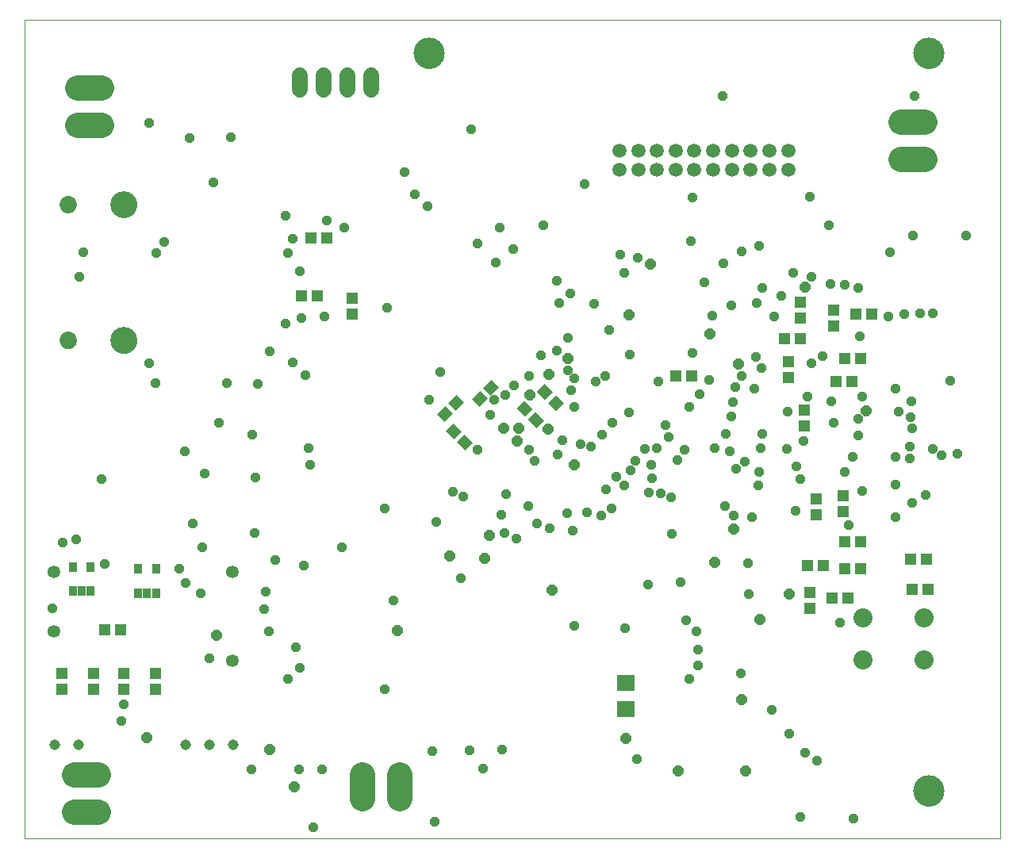
<source format=gbs>
G75*
%MOIN*%
%OFA0B0*%
%FSLAX25Y25*%
%IPPOS*%
%LPD*%
%AMOC8*
5,1,8,0,0,1.08239X$1,22.5*
%
%ADD10C,0.00000*%
%ADD11C,0.13100*%
%ADD12C,0.11230*%
%ADD13C,0.07293*%
%ADD14C,0.10639*%
%ADD15R,0.04931X0.04537*%
%ADD16R,0.04537X0.04931*%
%ADD17C,0.08000*%
%ADD18C,0.05915*%
%ADD19C,0.05324*%
%ADD20C,0.04500*%
%ADD21R,0.03317X0.04498*%
%ADD22R,0.07687X0.06899*%
%ADD23C,0.06506*%
%ADD24OC8,0.04000*%
%ADD25OC8,0.04362*%
D10*
X0001500Y0017369D02*
X0001500Y0361369D01*
X0411500Y0361369D01*
X0411500Y0017369D01*
X0001500Y0017369D01*
X0016422Y0226699D02*
X0016424Y0226814D01*
X0016430Y0226930D01*
X0016440Y0227045D01*
X0016454Y0227160D01*
X0016472Y0227274D01*
X0016494Y0227387D01*
X0016519Y0227500D01*
X0016549Y0227611D01*
X0016582Y0227722D01*
X0016619Y0227831D01*
X0016660Y0227939D01*
X0016705Y0228046D01*
X0016753Y0228151D01*
X0016805Y0228254D01*
X0016861Y0228355D01*
X0016920Y0228455D01*
X0016982Y0228552D01*
X0017048Y0228647D01*
X0017116Y0228740D01*
X0017188Y0228830D01*
X0017263Y0228918D01*
X0017342Y0229003D01*
X0017423Y0229085D01*
X0017506Y0229165D01*
X0017593Y0229241D01*
X0017682Y0229315D01*
X0017773Y0229385D01*
X0017867Y0229453D01*
X0017963Y0229517D01*
X0018062Y0229577D01*
X0018162Y0229634D01*
X0018264Y0229688D01*
X0018368Y0229738D01*
X0018474Y0229785D01*
X0018581Y0229828D01*
X0018690Y0229867D01*
X0018800Y0229902D01*
X0018911Y0229933D01*
X0019023Y0229961D01*
X0019136Y0229985D01*
X0019250Y0230005D01*
X0019365Y0230021D01*
X0019480Y0230033D01*
X0019595Y0230041D01*
X0019710Y0230045D01*
X0019826Y0230045D01*
X0019941Y0230041D01*
X0020056Y0230033D01*
X0020171Y0230021D01*
X0020286Y0230005D01*
X0020400Y0229985D01*
X0020513Y0229961D01*
X0020625Y0229933D01*
X0020736Y0229902D01*
X0020846Y0229867D01*
X0020955Y0229828D01*
X0021062Y0229785D01*
X0021168Y0229738D01*
X0021272Y0229688D01*
X0021374Y0229634D01*
X0021474Y0229577D01*
X0021573Y0229517D01*
X0021669Y0229453D01*
X0021763Y0229385D01*
X0021854Y0229315D01*
X0021943Y0229241D01*
X0022030Y0229165D01*
X0022113Y0229085D01*
X0022194Y0229003D01*
X0022273Y0228918D01*
X0022348Y0228830D01*
X0022420Y0228740D01*
X0022488Y0228647D01*
X0022554Y0228552D01*
X0022616Y0228455D01*
X0022675Y0228355D01*
X0022731Y0228254D01*
X0022783Y0228151D01*
X0022831Y0228046D01*
X0022876Y0227939D01*
X0022917Y0227831D01*
X0022954Y0227722D01*
X0022987Y0227611D01*
X0023017Y0227500D01*
X0023042Y0227387D01*
X0023064Y0227274D01*
X0023082Y0227160D01*
X0023096Y0227045D01*
X0023106Y0226930D01*
X0023112Y0226814D01*
X0023114Y0226699D01*
X0023112Y0226584D01*
X0023106Y0226468D01*
X0023096Y0226353D01*
X0023082Y0226238D01*
X0023064Y0226124D01*
X0023042Y0226011D01*
X0023017Y0225898D01*
X0022987Y0225787D01*
X0022954Y0225676D01*
X0022917Y0225567D01*
X0022876Y0225459D01*
X0022831Y0225352D01*
X0022783Y0225247D01*
X0022731Y0225144D01*
X0022675Y0225043D01*
X0022616Y0224943D01*
X0022554Y0224846D01*
X0022488Y0224751D01*
X0022420Y0224658D01*
X0022348Y0224568D01*
X0022273Y0224480D01*
X0022194Y0224395D01*
X0022113Y0224313D01*
X0022030Y0224233D01*
X0021943Y0224157D01*
X0021854Y0224083D01*
X0021763Y0224013D01*
X0021669Y0223945D01*
X0021573Y0223881D01*
X0021474Y0223821D01*
X0021374Y0223764D01*
X0021272Y0223710D01*
X0021168Y0223660D01*
X0021062Y0223613D01*
X0020955Y0223570D01*
X0020846Y0223531D01*
X0020736Y0223496D01*
X0020625Y0223465D01*
X0020513Y0223437D01*
X0020400Y0223413D01*
X0020286Y0223393D01*
X0020171Y0223377D01*
X0020056Y0223365D01*
X0019941Y0223357D01*
X0019826Y0223353D01*
X0019710Y0223353D01*
X0019595Y0223357D01*
X0019480Y0223365D01*
X0019365Y0223377D01*
X0019250Y0223393D01*
X0019136Y0223413D01*
X0019023Y0223437D01*
X0018911Y0223465D01*
X0018800Y0223496D01*
X0018690Y0223531D01*
X0018581Y0223570D01*
X0018474Y0223613D01*
X0018368Y0223660D01*
X0018264Y0223710D01*
X0018162Y0223764D01*
X0018062Y0223821D01*
X0017963Y0223881D01*
X0017867Y0223945D01*
X0017773Y0224013D01*
X0017682Y0224083D01*
X0017593Y0224157D01*
X0017506Y0224233D01*
X0017423Y0224313D01*
X0017342Y0224395D01*
X0017263Y0224480D01*
X0017188Y0224568D01*
X0017116Y0224658D01*
X0017048Y0224751D01*
X0016982Y0224846D01*
X0016920Y0224943D01*
X0016861Y0225043D01*
X0016805Y0225144D01*
X0016753Y0225247D01*
X0016705Y0225352D01*
X0016660Y0225459D01*
X0016619Y0225567D01*
X0016582Y0225676D01*
X0016549Y0225787D01*
X0016519Y0225898D01*
X0016494Y0226011D01*
X0016472Y0226124D01*
X0016454Y0226238D01*
X0016440Y0226353D01*
X0016430Y0226468D01*
X0016424Y0226584D01*
X0016422Y0226699D01*
X0037917Y0226699D02*
X0037919Y0226844D01*
X0037925Y0226989D01*
X0037935Y0227134D01*
X0037949Y0227279D01*
X0037967Y0227423D01*
X0037988Y0227566D01*
X0038014Y0227709D01*
X0038043Y0227851D01*
X0038077Y0227993D01*
X0038114Y0228133D01*
X0038155Y0228272D01*
X0038200Y0228410D01*
X0038249Y0228547D01*
X0038301Y0228683D01*
X0038357Y0228817D01*
X0038417Y0228949D01*
X0038480Y0229080D01*
X0038547Y0229208D01*
X0038617Y0229336D01*
X0038691Y0229461D01*
X0038768Y0229584D01*
X0038848Y0229704D01*
X0038932Y0229823D01*
X0039019Y0229939D01*
X0039109Y0230053D01*
X0039202Y0230165D01*
X0039298Y0230273D01*
X0039398Y0230379D01*
X0039499Y0230483D01*
X0039604Y0230583D01*
X0039712Y0230681D01*
X0039822Y0230776D01*
X0039934Y0230867D01*
X0040049Y0230956D01*
X0040167Y0231041D01*
X0040287Y0231123D01*
X0040409Y0231202D01*
X0040533Y0231278D01*
X0040659Y0231350D01*
X0040787Y0231418D01*
X0040917Y0231483D01*
X0041048Y0231545D01*
X0041181Y0231602D01*
X0041316Y0231657D01*
X0041452Y0231707D01*
X0041590Y0231754D01*
X0041728Y0231797D01*
X0041868Y0231836D01*
X0042009Y0231871D01*
X0042151Y0231903D01*
X0042293Y0231930D01*
X0042436Y0231954D01*
X0042580Y0231974D01*
X0042725Y0231990D01*
X0042869Y0232002D01*
X0043014Y0232010D01*
X0043159Y0232014D01*
X0043305Y0232014D01*
X0043450Y0232010D01*
X0043595Y0232002D01*
X0043739Y0231990D01*
X0043884Y0231974D01*
X0044028Y0231954D01*
X0044171Y0231930D01*
X0044313Y0231903D01*
X0044455Y0231871D01*
X0044596Y0231836D01*
X0044736Y0231797D01*
X0044874Y0231754D01*
X0045012Y0231707D01*
X0045148Y0231657D01*
X0045283Y0231602D01*
X0045416Y0231545D01*
X0045547Y0231483D01*
X0045677Y0231418D01*
X0045805Y0231350D01*
X0045931Y0231278D01*
X0046055Y0231202D01*
X0046177Y0231123D01*
X0046297Y0231041D01*
X0046415Y0230956D01*
X0046530Y0230867D01*
X0046642Y0230776D01*
X0046752Y0230681D01*
X0046860Y0230583D01*
X0046965Y0230483D01*
X0047066Y0230379D01*
X0047166Y0230273D01*
X0047262Y0230165D01*
X0047355Y0230053D01*
X0047445Y0229939D01*
X0047532Y0229823D01*
X0047616Y0229704D01*
X0047696Y0229584D01*
X0047773Y0229461D01*
X0047847Y0229336D01*
X0047917Y0229208D01*
X0047984Y0229080D01*
X0048047Y0228949D01*
X0048107Y0228817D01*
X0048163Y0228683D01*
X0048215Y0228547D01*
X0048264Y0228410D01*
X0048309Y0228272D01*
X0048350Y0228133D01*
X0048387Y0227993D01*
X0048421Y0227851D01*
X0048450Y0227709D01*
X0048476Y0227566D01*
X0048497Y0227423D01*
X0048515Y0227279D01*
X0048529Y0227134D01*
X0048539Y0226989D01*
X0048545Y0226844D01*
X0048547Y0226699D01*
X0048545Y0226554D01*
X0048539Y0226409D01*
X0048529Y0226264D01*
X0048515Y0226119D01*
X0048497Y0225975D01*
X0048476Y0225832D01*
X0048450Y0225689D01*
X0048421Y0225547D01*
X0048387Y0225405D01*
X0048350Y0225265D01*
X0048309Y0225126D01*
X0048264Y0224988D01*
X0048215Y0224851D01*
X0048163Y0224715D01*
X0048107Y0224581D01*
X0048047Y0224449D01*
X0047984Y0224318D01*
X0047917Y0224190D01*
X0047847Y0224062D01*
X0047773Y0223937D01*
X0047696Y0223814D01*
X0047616Y0223694D01*
X0047532Y0223575D01*
X0047445Y0223459D01*
X0047355Y0223345D01*
X0047262Y0223233D01*
X0047166Y0223125D01*
X0047066Y0223019D01*
X0046965Y0222915D01*
X0046860Y0222815D01*
X0046752Y0222717D01*
X0046642Y0222622D01*
X0046530Y0222531D01*
X0046415Y0222442D01*
X0046297Y0222357D01*
X0046177Y0222275D01*
X0046055Y0222196D01*
X0045931Y0222120D01*
X0045805Y0222048D01*
X0045677Y0221980D01*
X0045547Y0221915D01*
X0045416Y0221853D01*
X0045283Y0221796D01*
X0045148Y0221741D01*
X0045012Y0221691D01*
X0044874Y0221644D01*
X0044736Y0221601D01*
X0044596Y0221562D01*
X0044455Y0221527D01*
X0044313Y0221495D01*
X0044171Y0221468D01*
X0044028Y0221444D01*
X0043884Y0221424D01*
X0043739Y0221408D01*
X0043595Y0221396D01*
X0043450Y0221388D01*
X0043305Y0221384D01*
X0043159Y0221384D01*
X0043014Y0221388D01*
X0042869Y0221396D01*
X0042725Y0221408D01*
X0042580Y0221424D01*
X0042436Y0221444D01*
X0042293Y0221468D01*
X0042151Y0221495D01*
X0042009Y0221527D01*
X0041868Y0221562D01*
X0041728Y0221601D01*
X0041590Y0221644D01*
X0041452Y0221691D01*
X0041316Y0221741D01*
X0041181Y0221796D01*
X0041048Y0221853D01*
X0040917Y0221915D01*
X0040787Y0221980D01*
X0040659Y0222048D01*
X0040533Y0222120D01*
X0040409Y0222196D01*
X0040287Y0222275D01*
X0040167Y0222357D01*
X0040049Y0222442D01*
X0039934Y0222531D01*
X0039822Y0222622D01*
X0039712Y0222717D01*
X0039604Y0222815D01*
X0039499Y0222915D01*
X0039398Y0223019D01*
X0039298Y0223125D01*
X0039202Y0223233D01*
X0039109Y0223345D01*
X0039019Y0223459D01*
X0038932Y0223575D01*
X0038848Y0223694D01*
X0038768Y0223814D01*
X0038691Y0223937D01*
X0038617Y0224062D01*
X0038547Y0224190D01*
X0038480Y0224318D01*
X0038417Y0224449D01*
X0038357Y0224581D01*
X0038301Y0224715D01*
X0038249Y0224851D01*
X0038200Y0224988D01*
X0038155Y0225126D01*
X0038114Y0225265D01*
X0038077Y0225405D01*
X0038043Y0225547D01*
X0038014Y0225689D01*
X0037988Y0225832D01*
X0037967Y0225975D01*
X0037949Y0226119D01*
X0037935Y0226264D01*
X0037925Y0226409D01*
X0037919Y0226554D01*
X0037917Y0226699D01*
X0037917Y0283786D02*
X0037919Y0283931D01*
X0037925Y0284076D01*
X0037935Y0284221D01*
X0037949Y0284366D01*
X0037967Y0284510D01*
X0037988Y0284653D01*
X0038014Y0284796D01*
X0038043Y0284938D01*
X0038077Y0285080D01*
X0038114Y0285220D01*
X0038155Y0285359D01*
X0038200Y0285497D01*
X0038249Y0285634D01*
X0038301Y0285770D01*
X0038357Y0285904D01*
X0038417Y0286036D01*
X0038480Y0286167D01*
X0038547Y0286295D01*
X0038617Y0286423D01*
X0038691Y0286548D01*
X0038768Y0286671D01*
X0038848Y0286791D01*
X0038932Y0286910D01*
X0039019Y0287026D01*
X0039109Y0287140D01*
X0039202Y0287252D01*
X0039298Y0287360D01*
X0039398Y0287466D01*
X0039499Y0287570D01*
X0039604Y0287670D01*
X0039712Y0287768D01*
X0039822Y0287863D01*
X0039934Y0287954D01*
X0040049Y0288043D01*
X0040167Y0288128D01*
X0040287Y0288210D01*
X0040409Y0288289D01*
X0040533Y0288365D01*
X0040659Y0288437D01*
X0040787Y0288505D01*
X0040917Y0288570D01*
X0041048Y0288632D01*
X0041181Y0288689D01*
X0041316Y0288744D01*
X0041452Y0288794D01*
X0041590Y0288841D01*
X0041728Y0288884D01*
X0041868Y0288923D01*
X0042009Y0288958D01*
X0042151Y0288990D01*
X0042293Y0289017D01*
X0042436Y0289041D01*
X0042580Y0289061D01*
X0042725Y0289077D01*
X0042869Y0289089D01*
X0043014Y0289097D01*
X0043159Y0289101D01*
X0043305Y0289101D01*
X0043450Y0289097D01*
X0043595Y0289089D01*
X0043739Y0289077D01*
X0043884Y0289061D01*
X0044028Y0289041D01*
X0044171Y0289017D01*
X0044313Y0288990D01*
X0044455Y0288958D01*
X0044596Y0288923D01*
X0044736Y0288884D01*
X0044874Y0288841D01*
X0045012Y0288794D01*
X0045148Y0288744D01*
X0045283Y0288689D01*
X0045416Y0288632D01*
X0045547Y0288570D01*
X0045677Y0288505D01*
X0045805Y0288437D01*
X0045931Y0288365D01*
X0046055Y0288289D01*
X0046177Y0288210D01*
X0046297Y0288128D01*
X0046415Y0288043D01*
X0046530Y0287954D01*
X0046642Y0287863D01*
X0046752Y0287768D01*
X0046860Y0287670D01*
X0046965Y0287570D01*
X0047066Y0287466D01*
X0047166Y0287360D01*
X0047262Y0287252D01*
X0047355Y0287140D01*
X0047445Y0287026D01*
X0047532Y0286910D01*
X0047616Y0286791D01*
X0047696Y0286671D01*
X0047773Y0286548D01*
X0047847Y0286423D01*
X0047917Y0286295D01*
X0047984Y0286167D01*
X0048047Y0286036D01*
X0048107Y0285904D01*
X0048163Y0285770D01*
X0048215Y0285634D01*
X0048264Y0285497D01*
X0048309Y0285359D01*
X0048350Y0285220D01*
X0048387Y0285080D01*
X0048421Y0284938D01*
X0048450Y0284796D01*
X0048476Y0284653D01*
X0048497Y0284510D01*
X0048515Y0284366D01*
X0048529Y0284221D01*
X0048539Y0284076D01*
X0048545Y0283931D01*
X0048547Y0283786D01*
X0048545Y0283641D01*
X0048539Y0283496D01*
X0048529Y0283351D01*
X0048515Y0283206D01*
X0048497Y0283062D01*
X0048476Y0282919D01*
X0048450Y0282776D01*
X0048421Y0282634D01*
X0048387Y0282492D01*
X0048350Y0282352D01*
X0048309Y0282213D01*
X0048264Y0282075D01*
X0048215Y0281938D01*
X0048163Y0281802D01*
X0048107Y0281668D01*
X0048047Y0281536D01*
X0047984Y0281405D01*
X0047917Y0281277D01*
X0047847Y0281149D01*
X0047773Y0281024D01*
X0047696Y0280901D01*
X0047616Y0280781D01*
X0047532Y0280662D01*
X0047445Y0280546D01*
X0047355Y0280432D01*
X0047262Y0280320D01*
X0047166Y0280212D01*
X0047066Y0280106D01*
X0046965Y0280002D01*
X0046860Y0279902D01*
X0046752Y0279804D01*
X0046642Y0279709D01*
X0046530Y0279618D01*
X0046415Y0279529D01*
X0046297Y0279444D01*
X0046177Y0279362D01*
X0046055Y0279283D01*
X0045931Y0279207D01*
X0045805Y0279135D01*
X0045677Y0279067D01*
X0045547Y0279002D01*
X0045416Y0278940D01*
X0045283Y0278883D01*
X0045148Y0278828D01*
X0045012Y0278778D01*
X0044874Y0278731D01*
X0044736Y0278688D01*
X0044596Y0278649D01*
X0044455Y0278614D01*
X0044313Y0278582D01*
X0044171Y0278555D01*
X0044028Y0278531D01*
X0043884Y0278511D01*
X0043739Y0278495D01*
X0043595Y0278483D01*
X0043450Y0278475D01*
X0043305Y0278471D01*
X0043159Y0278471D01*
X0043014Y0278475D01*
X0042869Y0278483D01*
X0042725Y0278495D01*
X0042580Y0278511D01*
X0042436Y0278531D01*
X0042293Y0278555D01*
X0042151Y0278582D01*
X0042009Y0278614D01*
X0041868Y0278649D01*
X0041728Y0278688D01*
X0041590Y0278731D01*
X0041452Y0278778D01*
X0041316Y0278828D01*
X0041181Y0278883D01*
X0041048Y0278940D01*
X0040917Y0279002D01*
X0040787Y0279067D01*
X0040659Y0279135D01*
X0040533Y0279207D01*
X0040409Y0279283D01*
X0040287Y0279362D01*
X0040167Y0279444D01*
X0040049Y0279529D01*
X0039934Y0279618D01*
X0039822Y0279709D01*
X0039712Y0279804D01*
X0039604Y0279902D01*
X0039499Y0280002D01*
X0039398Y0280106D01*
X0039298Y0280212D01*
X0039202Y0280320D01*
X0039109Y0280432D01*
X0039019Y0280546D01*
X0038932Y0280662D01*
X0038848Y0280781D01*
X0038768Y0280901D01*
X0038691Y0281024D01*
X0038617Y0281149D01*
X0038547Y0281277D01*
X0038480Y0281405D01*
X0038417Y0281536D01*
X0038357Y0281668D01*
X0038301Y0281802D01*
X0038249Y0281938D01*
X0038200Y0282075D01*
X0038155Y0282213D01*
X0038114Y0282352D01*
X0038077Y0282492D01*
X0038043Y0282634D01*
X0038014Y0282776D01*
X0037988Y0282919D01*
X0037967Y0283062D01*
X0037949Y0283206D01*
X0037935Y0283351D01*
X0037925Y0283496D01*
X0037919Y0283641D01*
X0037917Y0283786D01*
X0016422Y0283786D02*
X0016424Y0283901D01*
X0016430Y0284017D01*
X0016440Y0284132D01*
X0016454Y0284247D01*
X0016472Y0284361D01*
X0016494Y0284474D01*
X0016519Y0284587D01*
X0016549Y0284698D01*
X0016582Y0284809D01*
X0016619Y0284918D01*
X0016660Y0285026D01*
X0016705Y0285133D01*
X0016753Y0285238D01*
X0016805Y0285341D01*
X0016861Y0285442D01*
X0016920Y0285542D01*
X0016982Y0285639D01*
X0017048Y0285734D01*
X0017116Y0285827D01*
X0017188Y0285917D01*
X0017263Y0286005D01*
X0017342Y0286090D01*
X0017423Y0286172D01*
X0017506Y0286252D01*
X0017593Y0286328D01*
X0017682Y0286402D01*
X0017773Y0286472D01*
X0017867Y0286540D01*
X0017963Y0286604D01*
X0018062Y0286664D01*
X0018162Y0286721D01*
X0018264Y0286775D01*
X0018368Y0286825D01*
X0018474Y0286872D01*
X0018581Y0286915D01*
X0018690Y0286954D01*
X0018800Y0286989D01*
X0018911Y0287020D01*
X0019023Y0287048D01*
X0019136Y0287072D01*
X0019250Y0287092D01*
X0019365Y0287108D01*
X0019480Y0287120D01*
X0019595Y0287128D01*
X0019710Y0287132D01*
X0019826Y0287132D01*
X0019941Y0287128D01*
X0020056Y0287120D01*
X0020171Y0287108D01*
X0020286Y0287092D01*
X0020400Y0287072D01*
X0020513Y0287048D01*
X0020625Y0287020D01*
X0020736Y0286989D01*
X0020846Y0286954D01*
X0020955Y0286915D01*
X0021062Y0286872D01*
X0021168Y0286825D01*
X0021272Y0286775D01*
X0021374Y0286721D01*
X0021474Y0286664D01*
X0021573Y0286604D01*
X0021669Y0286540D01*
X0021763Y0286472D01*
X0021854Y0286402D01*
X0021943Y0286328D01*
X0022030Y0286252D01*
X0022113Y0286172D01*
X0022194Y0286090D01*
X0022273Y0286005D01*
X0022348Y0285917D01*
X0022420Y0285827D01*
X0022488Y0285734D01*
X0022554Y0285639D01*
X0022616Y0285542D01*
X0022675Y0285442D01*
X0022731Y0285341D01*
X0022783Y0285238D01*
X0022831Y0285133D01*
X0022876Y0285026D01*
X0022917Y0284918D01*
X0022954Y0284809D01*
X0022987Y0284698D01*
X0023017Y0284587D01*
X0023042Y0284474D01*
X0023064Y0284361D01*
X0023082Y0284247D01*
X0023096Y0284132D01*
X0023106Y0284017D01*
X0023112Y0283901D01*
X0023114Y0283786D01*
X0023112Y0283671D01*
X0023106Y0283555D01*
X0023096Y0283440D01*
X0023082Y0283325D01*
X0023064Y0283211D01*
X0023042Y0283098D01*
X0023017Y0282985D01*
X0022987Y0282874D01*
X0022954Y0282763D01*
X0022917Y0282654D01*
X0022876Y0282546D01*
X0022831Y0282439D01*
X0022783Y0282334D01*
X0022731Y0282231D01*
X0022675Y0282130D01*
X0022616Y0282030D01*
X0022554Y0281933D01*
X0022488Y0281838D01*
X0022420Y0281745D01*
X0022348Y0281655D01*
X0022273Y0281567D01*
X0022194Y0281482D01*
X0022113Y0281400D01*
X0022030Y0281320D01*
X0021943Y0281244D01*
X0021854Y0281170D01*
X0021763Y0281100D01*
X0021669Y0281032D01*
X0021573Y0280968D01*
X0021474Y0280908D01*
X0021374Y0280851D01*
X0021272Y0280797D01*
X0021168Y0280747D01*
X0021062Y0280700D01*
X0020955Y0280657D01*
X0020846Y0280618D01*
X0020736Y0280583D01*
X0020625Y0280552D01*
X0020513Y0280524D01*
X0020400Y0280500D01*
X0020286Y0280480D01*
X0020171Y0280464D01*
X0020056Y0280452D01*
X0019941Y0280444D01*
X0019826Y0280440D01*
X0019710Y0280440D01*
X0019595Y0280444D01*
X0019480Y0280452D01*
X0019365Y0280464D01*
X0019250Y0280480D01*
X0019136Y0280500D01*
X0019023Y0280524D01*
X0018911Y0280552D01*
X0018800Y0280583D01*
X0018690Y0280618D01*
X0018581Y0280657D01*
X0018474Y0280700D01*
X0018368Y0280747D01*
X0018264Y0280797D01*
X0018162Y0280851D01*
X0018062Y0280908D01*
X0017963Y0280968D01*
X0017867Y0281032D01*
X0017773Y0281100D01*
X0017682Y0281170D01*
X0017593Y0281244D01*
X0017506Y0281320D01*
X0017423Y0281400D01*
X0017342Y0281482D01*
X0017263Y0281567D01*
X0017188Y0281655D01*
X0017116Y0281745D01*
X0017048Y0281838D01*
X0016982Y0281933D01*
X0016920Y0282030D01*
X0016861Y0282130D01*
X0016805Y0282231D01*
X0016753Y0282334D01*
X0016705Y0282439D01*
X0016660Y0282546D01*
X0016619Y0282654D01*
X0016582Y0282763D01*
X0016549Y0282874D01*
X0016519Y0282985D01*
X0016494Y0283098D01*
X0016472Y0283211D01*
X0016454Y0283325D01*
X0016440Y0283440D01*
X0016430Y0283555D01*
X0016424Y0283671D01*
X0016422Y0283786D01*
X0165250Y0347369D02*
X0165252Y0347527D01*
X0165258Y0347684D01*
X0165268Y0347842D01*
X0165282Y0347999D01*
X0165300Y0348155D01*
X0165321Y0348312D01*
X0165347Y0348467D01*
X0165377Y0348622D01*
X0165410Y0348776D01*
X0165448Y0348929D01*
X0165489Y0349082D01*
X0165534Y0349233D01*
X0165583Y0349383D01*
X0165636Y0349531D01*
X0165692Y0349679D01*
X0165753Y0349824D01*
X0165816Y0349969D01*
X0165884Y0350111D01*
X0165955Y0350252D01*
X0166029Y0350391D01*
X0166107Y0350528D01*
X0166189Y0350663D01*
X0166273Y0350796D01*
X0166362Y0350927D01*
X0166453Y0351055D01*
X0166548Y0351182D01*
X0166645Y0351305D01*
X0166746Y0351427D01*
X0166850Y0351545D01*
X0166957Y0351661D01*
X0167067Y0351774D01*
X0167179Y0351885D01*
X0167295Y0351992D01*
X0167413Y0352097D01*
X0167533Y0352199D01*
X0167656Y0352297D01*
X0167782Y0352393D01*
X0167910Y0352485D01*
X0168040Y0352574D01*
X0168172Y0352660D01*
X0168307Y0352742D01*
X0168444Y0352821D01*
X0168582Y0352896D01*
X0168722Y0352968D01*
X0168865Y0353036D01*
X0169008Y0353101D01*
X0169154Y0353162D01*
X0169301Y0353219D01*
X0169449Y0353273D01*
X0169599Y0353323D01*
X0169749Y0353369D01*
X0169901Y0353411D01*
X0170054Y0353450D01*
X0170208Y0353484D01*
X0170363Y0353515D01*
X0170518Y0353541D01*
X0170674Y0353564D01*
X0170831Y0353583D01*
X0170988Y0353598D01*
X0171145Y0353609D01*
X0171303Y0353616D01*
X0171461Y0353619D01*
X0171618Y0353618D01*
X0171776Y0353613D01*
X0171933Y0353604D01*
X0172091Y0353591D01*
X0172247Y0353574D01*
X0172404Y0353553D01*
X0172559Y0353529D01*
X0172714Y0353500D01*
X0172869Y0353467D01*
X0173022Y0353431D01*
X0173175Y0353390D01*
X0173326Y0353346D01*
X0173476Y0353298D01*
X0173625Y0353247D01*
X0173773Y0353191D01*
X0173919Y0353132D01*
X0174064Y0353069D01*
X0174207Y0353002D01*
X0174348Y0352932D01*
X0174487Y0352859D01*
X0174625Y0352782D01*
X0174761Y0352701D01*
X0174894Y0352617D01*
X0175025Y0352530D01*
X0175154Y0352439D01*
X0175281Y0352345D01*
X0175406Y0352248D01*
X0175527Y0352148D01*
X0175647Y0352045D01*
X0175763Y0351939D01*
X0175877Y0351830D01*
X0175989Y0351718D01*
X0176097Y0351604D01*
X0176202Y0351486D01*
X0176305Y0351366D01*
X0176404Y0351244D01*
X0176500Y0351119D01*
X0176593Y0350991D01*
X0176683Y0350862D01*
X0176769Y0350730D01*
X0176853Y0350596D01*
X0176932Y0350460D01*
X0177009Y0350322D01*
X0177081Y0350182D01*
X0177150Y0350040D01*
X0177216Y0349897D01*
X0177278Y0349752D01*
X0177336Y0349605D01*
X0177391Y0349457D01*
X0177442Y0349308D01*
X0177489Y0349157D01*
X0177532Y0349006D01*
X0177571Y0348853D01*
X0177607Y0348699D01*
X0177638Y0348545D01*
X0177666Y0348390D01*
X0177690Y0348234D01*
X0177710Y0348077D01*
X0177726Y0347920D01*
X0177738Y0347763D01*
X0177746Y0347606D01*
X0177750Y0347448D01*
X0177750Y0347290D01*
X0177746Y0347132D01*
X0177738Y0346975D01*
X0177726Y0346818D01*
X0177710Y0346661D01*
X0177690Y0346504D01*
X0177666Y0346348D01*
X0177638Y0346193D01*
X0177607Y0346039D01*
X0177571Y0345885D01*
X0177532Y0345732D01*
X0177489Y0345581D01*
X0177442Y0345430D01*
X0177391Y0345281D01*
X0177336Y0345133D01*
X0177278Y0344986D01*
X0177216Y0344841D01*
X0177150Y0344698D01*
X0177081Y0344556D01*
X0177009Y0344416D01*
X0176932Y0344278D01*
X0176853Y0344142D01*
X0176769Y0344008D01*
X0176683Y0343876D01*
X0176593Y0343747D01*
X0176500Y0343619D01*
X0176404Y0343494D01*
X0176305Y0343372D01*
X0176202Y0343252D01*
X0176097Y0343134D01*
X0175989Y0343020D01*
X0175877Y0342908D01*
X0175763Y0342799D01*
X0175647Y0342693D01*
X0175527Y0342590D01*
X0175406Y0342490D01*
X0175281Y0342393D01*
X0175154Y0342299D01*
X0175025Y0342208D01*
X0174894Y0342121D01*
X0174761Y0342037D01*
X0174625Y0341956D01*
X0174487Y0341879D01*
X0174348Y0341806D01*
X0174207Y0341736D01*
X0174064Y0341669D01*
X0173919Y0341606D01*
X0173773Y0341547D01*
X0173625Y0341491D01*
X0173476Y0341440D01*
X0173326Y0341392D01*
X0173175Y0341348D01*
X0173022Y0341307D01*
X0172869Y0341271D01*
X0172714Y0341238D01*
X0172559Y0341209D01*
X0172404Y0341185D01*
X0172247Y0341164D01*
X0172091Y0341147D01*
X0171933Y0341134D01*
X0171776Y0341125D01*
X0171618Y0341120D01*
X0171461Y0341119D01*
X0171303Y0341122D01*
X0171145Y0341129D01*
X0170988Y0341140D01*
X0170831Y0341155D01*
X0170674Y0341174D01*
X0170518Y0341197D01*
X0170363Y0341223D01*
X0170208Y0341254D01*
X0170054Y0341288D01*
X0169901Y0341327D01*
X0169749Y0341369D01*
X0169599Y0341415D01*
X0169449Y0341465D01*
X0169301Y0341519D01*
X0169154Y0341576D01*
X0169008Y0341637D01*
X0168865Y0341702D01*
X0168722Y0341770D01*
X0168582Y0341842D01*
X0168444Y0341917D01*
X0168307Y0341996D01*
X0168172Y0342078D01*
X0168040Y0342164D01*
X0167910Y0342253D01*
X0167782Y0342345D01*
X0167656Y0342441D01*
X0167533Y0342539D01*
X0167413Y0342641D01*
X0167295Y0342746D01*
X0167179Y0342853D01*
X0167067Y0342964D01*
X0166957Y0343077D01*
X0166850Y0343193D01*
X0166746Y0343311D01*
X0166645Y0343433D01*
X0166548Y0343556D01*
X0166453Y0343683D01*
X0166362Y0343811D01*
X0166273Y0343942D01*
X0166189Y0344075D01*
X0166107Y0344210D01*
X0166029Y0344347D01*
X0165955Y0344486D01*
X0165884Y0344627D01*
X0165816Y0344769D01*
X0165753Y0344914D01*
X0165692Y0345059D01*
X0165636Y0345207D01*
X0165583Y0345355D01*
X0165534Y0345505D01*
X0165489Y0345656D01*
X0165448Y0345809D01*
X0165410Y0345962D01*
X0165377Y0346116D01*
X0165347Y0346271D01*
X0165321Y0346426D01*
X0165300Y0346583D01*
X0165282Y0346739D01*
X0165268Y0346896D01*
X0165258Y0347054D01*
X0165252Y0347211D01*
X0165250Y0347369D01*
X0375250Y0347369D02*
X0375252Y0347527D01*
X0375258Y0347684D01*
X0375268Y0347842D01*
X0375282Y0347999D01*
X0375300Y0348155D01*
X0375321Y0348312D01*
X0375347Y0348467D01*
X0375377Y0348622D01*
X0375410Y0348776D01*
X0375448Y0348929D01*
X0375489Y0349082D01*
X0375534Y0349233D01*
X0375583Y0349383D01*
X0375636Y0349531D01*
X0375692Y0349679D01*
X0375753Y0349824D01*
X0375816Y0349969D01*
X0375884Y0350111D01*
X0375955Y0350252D01*
X0376029Y0350391D01*
X0376107Y0350528D01*
X0376189Y0350663D01*
X0376273Y0350796D01*
X0376362Y0350927D01*
X0376453Y0351055D01*
X0376548Y0351182D01*
X0376645Y0351305D01*
X0376746Y0351427D01*
X0376850Y0351545D01*
X0376957Y0351661D01*
X0377067Y0351774D01*
X0377179Y0351885D01*
X0377295Y0351992D01*
X0377413Y0352097D01*
X0377533Y0352199D01*
X0377656Y0352297D01*
X0377782Y0352393D01*
X0377910Y0352485D01*
X0378040Y0352574D01*
X0378172Y0352660D01*
X0378307Y0352742D01*
X0378444Y0352821D01*
X0378582Y0352896D01*
X0378722Y0352968D01*
X0378865Y0353036D01*
X0379008Y0353101D01*
X0379154Y0353162D01*
X0379301Y0353219D01*
X0379449Y0353273D01*
X0379599Y0353323D01*
X0379749Y0353369D01*
X0379901Y0353411D01*
X0380054Y0353450D01*
X0380208Y0353484D01*
X0380363Y0353515D01*
X0380518Y0353541D01*
X0380674Y0353564D01*
X0380831Y0353583D01*
X0380988Y0353598D01*
X0381145Y0353609D01*
X0381303Y0353616D01*
X0381461Y0353619D01*
X0381618Y0353618D01*
X0381776Y0353613D01*
X0381933Y0353604D01*
X0382091Y0353591D01*
X0382247Y0353574D01*
X0382404Y0353553D01*
X0382559Y0353529D01*
X0382714Y0353500D01*
X0382869Y0353467D01*
X0383022Y0353431D01*
X0383175Y0353390D01*
X0383326Y0353346D01*
X0383476Y0353298D01*
X0383625Y0353247D01*
X0383773Y0353191D01*
X0383919Y0353132D01*
X0384064Y0353069D01*
X0384207Y0353002D01*
X0384348Y0352932D01*
X0384487Y0352859D01*
X0384625Y0352782D01*
X0384761Y0352701D01*
X0384894Y0352617D01*
X0385025Y0352530D01*
X0385154Y0352439D01*
X0385281Y0352345D01*
X0385406Y0352248D01*
X0385527Y0352148D01*
X0385647Y0352045D01*
X0385763Y0351939D01*
X0385877Y0351830D01*
X0385989Y0351718D01*
X0386097Y0351604D01*
X0386202Y0351486D01*
X0386305Y0351366D01*
X0386404Y0351244D01*
X0386500Y0351119D01*
X0386593Y0350991D01*
X0386683Y0350862D01*
X0386769Y0350730D01*
X0386853Y0350596D01*
X0386932Y0350460D01*
X0387009Y0350322D01*
X0387081Y0350182D01*
X0387150Y0350040D01*
X0387216Y0349897D01*
X0387278Y0349752D01*
X0387336Y0349605D01*
X0387391Y0349457D01*
X0387442Y0349308D01*
X0387489Y0349157D01*
X0387532Y0349006D01*
X0387571Y0348853D01*
X0387607Y0348699D01*
X0387638Y0348545D01*
X0387666Y0348390D01*
X0387690Y0348234D01*
X0387710Y0348077D01*
X0387726Y0347920D01*
X0387738Y0347763D01*
X0387746Y0347606D01*
X0387750Y0347448D01*
X0387750Y0347290D01*
X0387746Y0347132D01*
X0387738Y0346975D01*
X0387726Y0346818D01*
X0387710Y0346661D01*
X0387690Y0346504D01*
X0387666Y0346348D01*
X0387638Y0346193D01*
X0387607Y0346039D01*
X0387571Y0345885D01*
X0387532Y0345732D01*
X0387489Y0345581D01*
X0387442Y0345430D01*
X0387391Y0345281D01*
X0387336Y0345133D01*
X0387278Y0344986D01*
X0387216Y0344841D01*
X0387150Y0344698D01*
X0387081Y0344556D01*
X0387009Y0344416D01*
X0386932Y0344278D01*
X0386853Y0344142D01*
X0386769Y0344008D01*
X0386683Y0343876D01*
X0386593Y0343747D01*
X0386500Y0343619D01*
X0386404Y0343494D01*
X0386305Y0343372D01*
X0386202Y0343252D01*
X0386097Y0343134D01*
X0385989Y0343020D01*
X0385877Y0342908D01*
X0385763Y0342799D01*
X0385647Y0342693D01*
X0385527Y0342590D01*
X0385406Y0342490D01*
X0385281Y0342393D01*
X0385154Y0342299D01*
X0385025Y0342208D01*
X0384894Y0342121D01*
X0384761Y0342037D01*
X0384625Y0341956D01*
X0384487Y0341879D01*
X0384348Y0341806D01*
X0384207Y0341736D01*
X0384064Y0341669D01*
X0383919Y0341606D01*
X0383773Y0341547D01*
X0383625Y0341491D01*
X0383476Y0341440D01*
X0383326Y0341392D01*
X0383175Y0341348D01*
X0383022Y0341307D01*
X0382869Y0341271D01*
X0382714Y0341238D01*
X0382559Y0341209D01*
X0382404Y0341185D01*
X0382247Y0341164D01*
X0382091Y0341147D01*
X0381933Y0341134D01*
X0381776Y0341125D01*
X0381618Y0341120D01*
X0381461Y0341119D01*
X0381303Y0341122D01*
X0381145Y0341129D01*
X0380988Y0341140D01*
X0380831Y0341155D01*
X0380674Y0341174D01*
X0380518Y0341197D01*
X0380363Y0341223D01*
X0380208Y0341254D01*
X0380054Y0341288D01*
X0379901Y0341327D01*
X0379749Y0341369D01*
X0379599Y0341415D01*
X0379449Y0341465D01*
X0379301Y0341519D01*
X0379154Y0341576D01*
X0379008Y0341637D01*
X0378865Y0341702D01*
X0378722Y0341770D01*
X0378582Y0341842D01*
X0378444Y0341917D01*
X0378307Y0341996D01*
X0378172Y0342078D01*
X0378040Y0342164D01*
X0377910Y0342253D01*
X0377782Y0342345D01*
X0377656Y0342441D01*
X0377533Y0342539D01*
X0377413Y0342641D01*
X0377295Y0342746D01*
X0377179Y0342853D01*
X0377067Y0342964D01*
X0376957Y0343077D01*
X0376850Y0343193D01*
X0376746Y0343311D01*
X0376645Y0343433D01*
X0376548Y0343556D01*
X0376453Y0343683D01*
X0376362Y0343811D01*
X0376273Y0343942D01*
X0376189Y0344075D01*
X0376107Y0344210D01*
X0376029Y0344347D01*
X0375955Y0344486D01*
X0375884Y0344627D01*
X0375816Y0344769D01*
X0375753Y0344914D01*
X0375692Y0345059D01*
X0375636Y0345207D01*
X0375583Y0345355D01*
X0375534Y0345505D01*
X0375489Y0345656D01*
X0375448Y0345809D01*
X0375410Y0345962D01*
X0375377Y0346116D01*
X0375347Y0346271D01*
X0375321Y0346426D01*
X0375300Y0346583D01*
X0375282Y0346739D01*
X0375268Y0346896D01*
X0375258Y0347054D01*
X0375252Y0347211D01*
X0375250Y0347369D01*
X0375250Y0037369D02*
X0375252Y0037527D01*
X0375258Y0037684D01*
X0375268Y0037842D01*
X0375282Y0037999D01*
X0375300Y0038155D01*
X0375321Y0038312D01*
X0375347Y0038467D01*
X0375377Y0038622D01*
X0375410Y0038776D01*
X0375448Y0038929D01*
X0375489Y0039082D01*
X0375534Y0039233D01*
X0375583Y0039383D01*
X0375636Y0039531D01*
X0375692Y0039679D01*
X0375753Y0039824D01*
X0375816Y0039969D01*
X0375884Y0040111D01*
X0375955Y0040252D01*
X0376029Y0040391D01*
X0376107Y0040528D01*
X0376189Y0040663D01*
X0376273Y0040796D01*
X0376362Y0040927D01*
X0376453Y0041055D01*
X0376548Y0041182D01*
X0376645Y0041305D01*
X0376746Y0041427D01*
X0376850Y0041545D01*
X0376957Y0041661D01*
X0377067Y0041774D01*
X0377179Y0041885D01*
X0377295Y0041992D01*
X0377413Y0042097D01*
X0377533Y0042199D01*
X0377656Y0042297D01*
X0377782Y0042393D01*
X0377910Y0042485D01*
X0378040Y0042574D01*
X0378172Y0042660D01*
X0378307Y0042742D01*
X0378444Y0042821D01*
X0378582Y0042896D01*
X0378722Y0042968D01*
X0378865Y0043036D01*
X0379008Y0043101D01*
X0379154Y0043162D01*
X0379301Y0043219D01*
X0379449Y0043273D01*
X0379599Y0043323D01*
X0379749Y0043369D01*
X0379901Y0043411D01*
X0380054Y0043450D01*
X0380208Y0043484D01*
X0380363Y0043515D01*
X0380518Y0043541D01*
X0380674Y0043564D01*
X0380831Y0043583D01*
X0380988Y0043598D01*
X0381145Y0043609D01*
X0381303Y0043616D01*
X0381461Y0043619D01*
X0381618Y0043618D01*
X0381776Y0043613D01*
X0381933Y0043604D01*
X0382091Y0043591D01*
X0382247Y0043574D01*
X0382404Y0043553D01*
X0382559Y0043529D01*
X0382714Y0043500D01*
X0382869Y0043467D01*
X0383022Y0043431D01*
X0383175Y0043390D01*
X0383326Y0043346D01*
X0383476Y0043298D01*
X0383625Y0043247D01*
X0383773Y0043191D01*
X0383919Y0043132D01*
X0384064Y0043069D01*
X0384207Y0043002D01*
X0384348Y0042932D01*
X0384487Y0042859D01*
X0384625Y0042782D01*
X0384761Y0042701D01*
X0384894Y0042617D01*
X0385025Y0042530D01*
X0385154Y0042439D01*
X0385281Y0042345D01*
X0385406Y0042248D01*
X0385527Y0042148D01*
X0385647Y0042045D01*
X0385763Y0041939D01*
X0385877Y0041830D01*
X0385989Y0041718D01*
X0386097Y0041604D01*
X0386202Y0041486D01*
X0386305Y0041366D01*
X0386404Y0041244D01*
X0386500Y0041119D01*
X0386593Y0040991D01*
X0386683Y0040862D01*
X0386769Y0040730D01*
X0386853Y0040596D01*
X0386932Y0040460D01*
X0387009Y0040322D01*
X0387081Y0040182D01*
X0387150Y0040040D01*
X0387216Y0039897D01*
X0387278Y0039752D01*
X0387336Y0039605D01*
X0387391Y0039457D01*
X0387442Y0039308D01*
X0387489Y0039157D01*
X0387532Y0039006D01*
X0387571Y0038853D01*
X0387607Y0038699D01*
X0387638Y0038545D01*
X0387666Y0038390D01*
X0387690Y0038234D01*
X0387710Y0038077D01*
X0387726Y0037920D01*
X0387738Y0037763D01*
X0387746Y0037606D01*
X0387750Y0037448D01*
X0387750Y0037290D01*
X0387746Y0037132D01*
X0387738Y0036975D01*
X0387726Y0036818D01*
X0387710Y0036661D01*
X0387690Y0036504D01*
X0387666Y0036348D01*
X0387638Y0036193D01*
X0387607Y0036039D01*
X0387571Y0035885D01*
X0387532Y0035732D01*
X0387489Y0035581D01*
X0387442Y0035430D01*
X0387391Y0035281D01*
X0387336Y0035133D01*
X0387278Y0034986D01*
X0387216Y0034841D01*
X0387150Y0034698D01*
X0387081Y0034556D01*
X0387009Y0034416D01*
X0386932Y0034278D01*
X0386853Y0034142D01*
X0386769Y0034008D01*
X0386683Y0033876D01*
X0386593Y0033747D01*
X0386500Y0033619D01*
X0386404Y0033494D01*
X0386305Y0033372D01*
X0386202Y0033252D01*
X0386097Y0033134D01*
X0385989Y0033020D01*
X0385877Y0032908D01*
X0385763Y0032799D01*
X0385647Y0032693D01*
X0385527Y0032590D01*
X0385406Y0032490D01*
X0385281Y0032393D01*
X0385154Y0032299D01*
X0385025Y0032208D01*
X0384894Y0032121D01*
X0384761Y0032037D01*
X0384625Y0031956D01*
X0384487Y0031879D01*
X0384348Y0031806D01*
X0384207Y0031736D01*
X0384064Y0031669D01*
X0383919Y0031606D01*
X0383773Y0031547D01*
X0383625Y0031491D01*
X0383476Y0031440D01*
X0383326Y0031392D01*
X0383175Y0031348D01*
X0383022Y0031307D01*
X0382869Y0031271D01*
X0382714Y0031238D01*
X0382559Y0031209D01*
X0382404Y0031185D01*
X0382247Y0031164D01*
X0382091Y0031147D01*
X0381933Y0031134D01*
X0381776Y0031125D01*
X0381618Y0031120D01*
X0381461Y0031119D01*
X0381303Y0031122D01*
X0381145Y0031129D01*
X0380988Y0031140D01*
X0380831Y0031155D01*
X0380674Y0031174D01*
X0380518Y0031197D01*
X0380363Y0031223D01*
X0380208Y0031254D01*
X0380054Y0031288D01*
X0379901Y0031327D01*
X0379749Y0031369D01*
X0379599Y0031415D01*
X0379449Y0031465D01*
X0379301Y0031519D01*
X0379154Y0031576D01*
X0379008Y0031637D01*
X0378865Y0031702D01*
X0378722Y0031770D01*
X0378582Y0031842D01*
X0378444Y0031917D01*
X0378307Y0031996D01*
X0378172Y0032078D01*
X0378040Y0032164D01*
X0377910Y0032253D01*
X0377782Y0032345D01*
X0377656Y0032441D01*
X0377533Y0032539D01*
X0377413Y0032641D01*
X0377295Y0032746D01*
X0377179Y0032853D01*
X0377067Y0032964D01*
X0376957Y0033077D01*
X0376850Y0033193D01*
X0376746Y0033311D01*
X0376645Y0033433D01*
X0376548Y0033556D01*
X0376453Y0033683D01*
X0376362Y0033811D01*
X0376273Y0033942D01*
X0376189Y0034075D01*
X0376107Y0034210D01*
X0376029Y0034347D01*
X0375955Y0034486D01*
X0375884Y0034627D01*
X0375816Y0034769D01*
X0375753Y0034914D01*
X0375692Y0035059D01*
X0375636Y0035207D01*
X0375583Y0035355D01*
X0375534Y0035505D01*
X0375489Y0035656D01*
X0375448Y0035809D01*
X0375410Y0035962D01*
X0375377Y0036116D01*
X0375347Y0036271D01*
X0375321Y0036426D01*
X0375300Y0036583D01*
X0375282Y0036739D01*
X0375268Y0036896D01*
X0375258Y0037054D01*
X0375252Y0037211D01*
X0375250Y0037369D01*
D11*
X0381500Y0037369D03*
X0381500Y0347369D03*
X0171500Y0347369D03*
D12*
X0043232Y0283786D03*
X0043232Y0226699D03*
D13*
X0019768Y0226699D03*
X0019768Y0283786D03*
D14*
X0023803Y0317014D02*
X0033843Y0317014D01*
X0033843Y0332605D02*
X0023803Y0332605D01*
X0022622Y0044180D02*
X0032661Y0044180D01*
X0032661Y0028589D02*
X0022622Y0028589D01*
X0143705Y0034003D02*
X0143705Y0044042D01*
X0159295Y0044042D02*
X0159295Y0034003D01*
X0369945Y0302684D02*
X0379984Y0302684D01*
X0379984Y0318274D02*
X0369945Y0318274D01*
D15*
X0357524Y0237881D03*
X0350831Y0237881D03*
X0352957Y0219062D03*
X0346264Y0219062D03*
X0349256Y0209495D03*
X0342563Y0209495D03*
X0327602Y0227487D03*
X0320909Y0227487D03*
X0281933Y0211621D03*
X0275240Y0211621D03*
G36*
X0225068Y0197011D02*
X0221583Y0200496D01*
X0224790Y0203703D01*
X0228275Y0200218D01*
X0225068Y0197011D01*
G37*
G36*
X0216365Y0196616D02*
X0219850Y0193131D01*
X0216643Y0189924D01*
X0213158Y0193409D01*
X0216365Y0196616D01*
G37*
G36*
X0211632Y0201349D02*
X0215117Y0197864D01*
X0211910Y0194657D01*
X0208425Y0198142D01*
X0211632Y0201349D01*
G37*
G36*
X0220336Y0201743D02*
X0216851Y0205228D01*
X0220058Y0208435D01*
X0223543Y0204950D01*
X0220336Y0201743D01*
G37*
G36*
X0194300Y0206722D02*
X0197785Y0210207D01*
X0200992Y0207000D01*
X0197507Y0203515D01*
X0194300Y0206722D01*
G37*
G36*
X0189567Y0201989D02*
X0193052Y0205474D01*
X0196259Y0202267D01*
X0192774Y0198782D01*
X0189567Y0201989D01*
G37*
G36*
X0186267Y0200701D02*
X0182782Y0197216D01*
X0179575Y0200423D01*
X0183060Y0203908D01*
X0186267Y0200701D01*
G37*
G36*
X0181535Y0195968D02*
X0178050Y0192483D01*
X0174843Y0195690D01*
X0178328Y0199175D01*
X0181535Y0195968D01*
G37*
G36*
X0181632Y0191900D02*
X0185117Y0188415D01*
X0181910Y0185208D01*
X0178425Y0188693D01*
X0181632Y0191900D01*
G37*
G36*
X0186365Y0187167D02*
X0189850Y0183682D01*
X0186643Y0180475D01*
X0183158Y0183960D01*
X0186365Y0187167D01*
G37*
X0124689Y0245400D03*
X0117996Y0245400D03*
X0121933Y0269849D03*
X0128626Y0269849D03*
X0041854Y0105164D03*
X0035161Y0105164D03*
X0330516Y0132211D03*
X0337209Y0132211D03*
X0346264Y0130794D03*
X0352957Y0130794D03*
X0352957Y0142054D03*
X0346264Y0142054D03*
X0347445Y0118274D03*
X0340752Y0118274D03*
X0374453Y0122133D03*
X0381146Y0122133D03*
X0380516Y0134888D03*
X0373823Y0134888D03*
D16*
X0345634Y0154888D03*
X0345634Y0161581D03*
X0334138Y0160164D03*
X0334138Y0153471D03*
X0331579Y0120636D03*
X0331579Y0113944D03*
X0329256Y0190715D03*
X0329256Y0197408D03*
X0322484Y0210951D03*
X0322484Y0217644D03*
X0341697Y0232605D03*
X0341697Y0239298D03*
X0327563Y0236148D03*
X0327563Y0242841D03*
X0139256Y0244495D03*
X0139256Y0237802D03*
X0056618Y0086857D03*
X0056618Y0080164D03*
X0043232Y0080164D03*
X0043232Y0086857D03*
X0030634Y0086857D03*
X0030634Y0080164D03*
X0017248Y0080164D03*
X0017248Y0086857D03*
D17*
X0354054Y0092406D03*
X0354054Y0110206D03*
X0379654Y0110206D03*
X0379654Y0092406D03*
D18*
X0322445Y0298589D03*
X0314571Y0298589D03*
X0306697Y0298589D03*
X0298823Y0298589D03*
X0290949Y0298589D03*
X0283075Y0298589D03*
X0275201Y0298589D03*
X0275201Y0306463D03*
X0283075Y0306463D03*
X0290949Y0306463D03*
X0298823Y0306463D03*
X0306697Y0306463D03*
X0314571Y0306463D03*
X0322445Y0306463D03*
X0267327Y0306463D03*
X0267327Y0298589D03*
X0259453Y0298589D03*
X0259453Y0306463D03*
X0251579Y0306463D03*
X0251579Y0298589D03*
D19*
X0089020Y0129416D03*
X0089020Y0091936D03*
X0013980Y0104455D03*
X0013980Y0129416D03*
D20*
X0014256Y0056869D03*
X0024256Y0056869D03*
X0069256Y0056869D03*
X0079256Y0056869D03*
X0089256Y0056869D03*
D21*
X0056815Y0120558D03*
X0053075Y0120558D03*
X0049335Y0120558D03*
X0049335Y0130755D03*
X0056815Y0130755D03*
X0029256Y0131542D03*
X0021776Y0131542D03*
X0021776Y0121345D03*
X0025516Y0121345D03*
X0029256Y0121345D03*
D22*
X0254256Y0082723D03*
X0254256Y0071699D03*
D23*
X0147209Y0332133D02*
X0147209Y0338038D01*
X0137209Y0338038D02*
X0137209Y0332133D01*
X0127209Y0332133D02*
X0127209Y0338038D01*
X0117209Y0338038D02*
X0117209Y0332133D01*
D24*
X0088114Y0312251D03*
X0070791Y0311857D03*
X0053862Y0318156D03*
X0081028Y0292959D03*
X0060161Y0268156D03*
X0057012Y0263432D03*
X0026303Y0263825D03*
X0024728Y0253589D03*
X0054059Y0216975D03*
X0056618Y0208629D03*
X0086539Y0208707D03*
X0099492Y0208314D03*
X0114098Y0217369D03*
X0119689Y0212133D03*
X0104728Y0222211D03*
X0111343Y0233904D03*
X0118035Y0236266D03*
X0127484Y0236660D03*
X0117248Y0255755D03*
X0112130Y0263432D03*
X0114098Y0269337D03*
X0111343Y0279180D03*
X0128665Y0277211D03*
X0135752Y0274062D03*
X0161343Y0297290D03*
X0165673Y0288235D03*
X0170791Y0283117D03*
X0192051Y0267369D03*
X0199531Y0259495D03*
X0207012Y0265007D03*
X0201106Y0274062D03*
X0219610Y0275243D03*
X0236972Y0292329D03*
X0251894Y0262644D03*
X0259374Y0261463D03*
X0253469Y0255164D03*
X0240870Y0242172D03*
X0231028Y0246503D03*
X0226303Y0242566D03*
X0225122Y0251621D03*
X0247169Y0231148D03*
X0255831Y0220715D03*
X0245594Y0211857D03*
X0241539Y0209495D03*
X0232484Y0210676D03*
X0229846Y0214219D03*
X0225122Y0222487D03*
X0229846Y0227605D03*
X0218429Y0220518D03*
X0213705Y0211857D03*
X0207209Y0207881D03*
X0203705Y0203825D03*
X0199020Y0201896D03*
X0197169Y0195321D03*
X0192051Y0180755D03*
X0185791Y0161070D03*
X0181421Y0163038D03*
X0174728Y0150440D03*
X0153075Y0155951D03*
X0134965Y0139810D03*
X0119020Y0131936D03*
X0107012Y0134298D03*
X0098350Y0145912D03*
X0076303Y0139810D03*
X0066461Y0130755D03*
X0069217Y0124849D03*
X0075516Y0120518D03*
X0102091Y0113865D03*
X0102996Y0121227D03*
X0104256Y0104377D03*
X0115673Y0097684D03*
X0117248Y0089022D03*
X0112130Y0084298D03*
X0079138Y0093235D03*
X0043272Y0073865D03*
X0042209Y0066896D03*
X0013311Y0114219D03*
X0035358Y0132723D03*
X0023154Y0142959D03*
X0017642Y0141778D03*
X0033783Y0168550D03*
X0068823Y0179967D03*
X0077091Y0170912D03*
X0098744Y0168944D03*
X0097169Y0187054D03*
X0083390Y0192172D03*
X0120791Y0181542D03*
X0121579Y0174455D03*
X0072366Y0149652D03*
X0156618Y0117369D03*
X0184886Y0126818D03*
X0203272Y0145794D03*
X0208193Y0143353D03*
X0216815Y0149849D03*
X0222248Y0147762D03*
X0229453Y0153983D03*
X0231894Y0146621D03*
X0238075Y0154377D03*
X0244020Y0153077D03*
X0248350Y0155951D03*
X0245988Y0164219D03*
X0250358Y0169298D03*
X0253547Y0165755D03*
X0256303Y0172093D03*
X0258311Y0176070D03*
X0262248Y0181266D03*
X0267287Y0181463D03*
X0272366Y0186266D03*
X0270791Y0190991D03*
X0281028Y0198865D03*
X0285358Y0203983D03*
X0289413Y0210125D03*
X0300319Y0207133D03*
X0302917Y0211818D03*
X0308193Y0206345D03*
X0299413Y0200794D03*
X0298744Y0194928D03*
X0296382Y0187447D03*
X0291657Y0181542D03*
X0297957Y0179967D03*
X0304177Y0175755D03*
X0300713Y0172881D03*
X0310161Y0171306D03*
X0309768Y0165794D03*
X0307406Y0152408D03*
X0299531Y0153196D03*
X0295988Y0157133D03*
X0273154Y0160676D03*
X0268823Y0162408D03*
X0263902Y0162881D03*
X0265083Y0168865D03*
X0265004Y0174337D03*
X0275909Y0176424D03*
X0279059Y0180755D03*
X0255437Y0196503D03*
X0248744Y0192172D03*
X0244413Y0187054D03*
X0239689Y0181936D03*
X0235358Y0183117D03*
X0227484Y0184692D03*
X0225516Y0178786D03*
X0216067Y0176030D03*
X0213705Y0180755D03*
X0203862Y0162251D03*
X0201815Y0153589D03*
X0213311Y0157133D03*
X0232602Y0198865D03*
X0231146Y0205833D03*
X0268035Y0209495D03*
X0282209Y0221306D03*
X0290476Y0237054D03*
X0298744Y0241384D03*
X0309374Y0242566D03*
X0311736Y0248865D03*
X0319610Y0245321D03*
X0316461Y0236660D03*
X0332209Y0253589D03*
X0324728Y0255164D03*
X0310161Y0266581D03*
X0303075Y0264219D03*
X0295201Y0259101D03*
X0287327Y0251227D03*
X0281421Y0268550D03*
X0282209Y0286896D03*
X0294807Y0329573D03*
X0331421Y0287054D03*
X0339689Y0275243D03*
X0340083Y0250440D03*
X0346382Y0250046D03*
X0351894Y0248865D03*
X0364492Y0236660D03*
X0371185Y0237841D03*
X0377878Y0238235D03*
X0383390Y0238235D03*
X0365280Y0263825D03*
X0374965Y0270912D03*
X0397169Y0270912D03*
X0352681Y0228392D03*
X0336933Y0220125D03*
X0332209Y0216975D03*
X0330634Y0203196D03*
X0340476Y0201227D03*
X0341657Y0192172D03*
X0351894Y0193747D03*
X0351894Y0186660D03*
X0349531Y0177605D03*
X0346382Y0171306D03*
X0353469Y0163432D03*
X0367642Y0166188D03*
X0374728Y0158314D03*
X0367642Y0152408D03*
X0380240Y0161857D03*
X0373547Y0177211D03*
X0367642Y0177605D03*
X0373547Y0181936D03*
X0374728Y0189810D03*
X0373941Y0194534D03*
X0368823Y0196896D03*
X0374335Y0201227D03*
X0367642Y0206345D03*
X0353469Y0203196D03*
X0329059Y0184298D03*
X0321972Y0181148D03*
X0325949Y0173707D03*
X0327484Y0168550D03*
X0325516Y0155164D03*
X0347957Y0149259D03*
X0383390Y0181148D03*
X0386933Y0178392D03*
X0393626Y0179180D03*
X0390476Y0209888D03*
X0322366Y0196896D03*
X0311736Y0187447D03*
X0310949Y0181542D03*
X0311343Y0215007D03*
X0308980Y0219731D03*
X0273547Y0145321D03*
X0277091Y0125243D03*
X0263705Y0124062D03*
X0279531Y0109259D03*
X0283783Y0104377D03*
X0284571Y0096896D03*
X0284571Y0090203D03*
X0281028Y0084298D03*
X0302681Y0086660D03*
X0315673Y0071306D03*
X0322760Y0061463D03*
X0329453Y0053589D03*
X0334492Y0050046D03*
X0327484Y0026424D03*
X0349925Y0025636D03*
X0344138Y0108038D03*
X0305831Y0120125D03*
X0305437Y0133117D03*
X0253862Y0105833D03*
X0232602Y0106739D03*
X0202287Y0054770D03*
X0194413Y0046896D03*
X0188508Y0054377D03*
X0172760Y0053983D03*
X0173941Y0024455D03*
X0126697Y0046503D03*
X0116854Y0046503D03*
X0096776Y0046503D03*
X0122760Y0022093D03*
X0153075Y0079967D03*
X0258980Y0050833D03*
X0171579Y0201621D03*
X0176224Y0213274D03*
X0153902Y0240597D03*
X0189295Y0315400D03*
X0375516Y0329573D03*
D25*
X0329453Y0249259D03*
X0301618Y0216818D03*
X0289610Y0229377D03*
X0264492Y0258707D03*
X0255437Y0237447D03*
X0230043Y0219101D03*
X0221894Y0212408D03*
X0213783Y0203904D03*
X0209374Y0189888D03*
X0203075Y0189810D03*
X0208587Y0184298D03*
X0221579Y0189416D03*
X0232602Y0174455D03*
X0196776Y0144928D03*
X0194807Y0135085D03*
X0180240Y0136266D03*
X0158193Y0104770D03*
X0104650Y0054770D03*
X0114886Y0039022D03*
X0053075Y0059888D03*
X0082209Y0102802D03*
X0223154Y0121699D03*
X0291539Y0133550D03*
X0299531Y0147290D03*
X0322760Y0120125D03*
X0310634Y0109337D03*
X0303075Y0075636D03*
X0304650Y0045715D03*
X0276303Y0045715D03*
X0254256Y0059495D03*
X0355280Y0197211D03*
M02*

</source>
